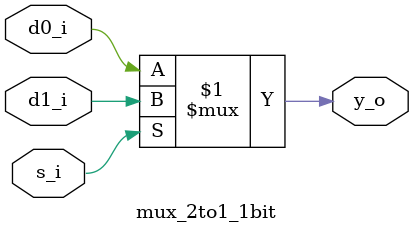
<source format=v>
module mux_2to1_1bit (
    input       d0_i,
    input       d1_i,
    input       s_i,
    output wire y_o
); //da hal check va khong co loi

  assign y_o = (s_i) ? d1_i : d0_i;

endmodule

</source>
